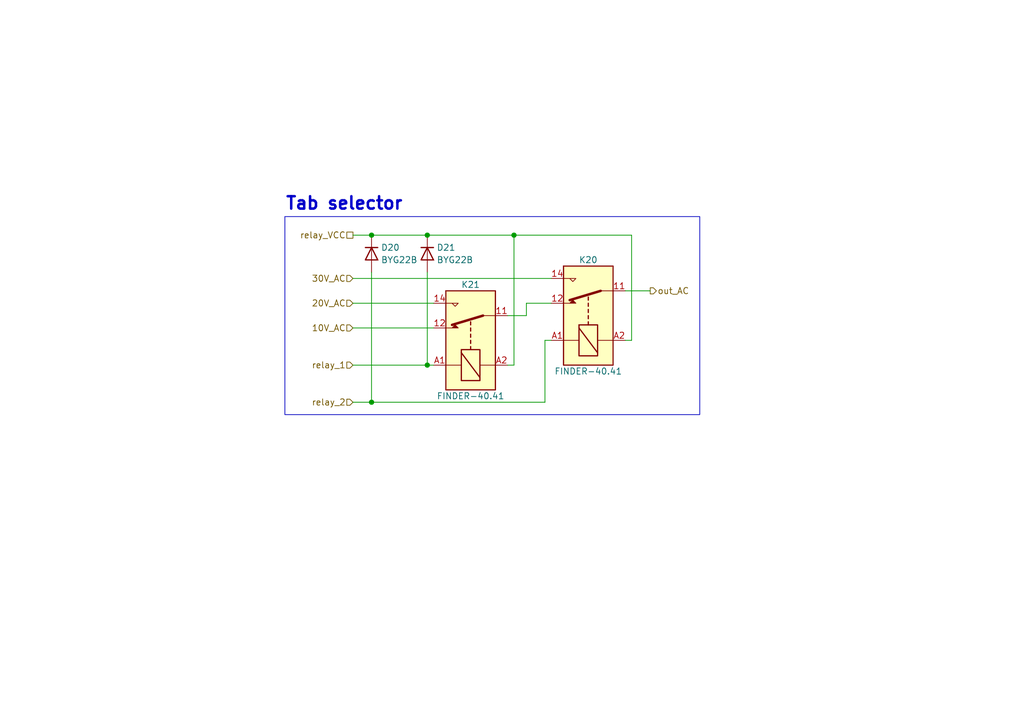
<source format=kicad_sch>
(kicad_sch (version 20231120) (generator "eeschema") (generator_version "8.0")
  (paper "A5")
  (title_block (title "DW3005T-power-board") (date "2024-02-26") (rev "1.0.0") (company "Dominik Workshop"))
  (lib_symbols
    (symbol "Diode:1N4148WT" (pin_numbers hide) (pin_names hide)
      (property "Reference" "D" (at 0 2.54 0))
      (property "Value" "1N4148WT" (at 0 -2.54 0))
      (symbol "1N4148WT_0_1"
        (polyline (pts (xy -1.27 1.27) (xy -1.27 -1.27)) (stroke (width 0.254)))
        (polyline (pts (xy 1.27 0) (xy -1.27 0)))
        (polyline (pts (xy 1.27 1.27) (xy 1.27 -1.27) (xy -1.27 0) (xy 1.27 1.27)) (stroke (width 0.254)))
      )
      (symbol "1N4148WT_1_1"
        (pin passive line (at -3.81 0 0) (length 2.54) (name "K") (number "1"))
        (pin passive line (at 3.81 0 180) (length 2.54) (name "A") (number "2"))
      )
    )
    (symbol "Relay:FINDER-40.41"
      (property "Reference" "K" (at 11.43 3.81 0))
      (property "Value" "FINDER-40.41" (at 11.43 1.27 0))
      (symbol "FINDER-40.41_0_0"
        (polyline (pts (xy 7.62 5.08) (xy 7.62 2.54) (xy 6.985 3.175) (xy 7.62 3.81)))
      )
      (symbol "FINDER-40.41_0_1"
        (rectangle (start -10.16 5.08) (end 10.16 -5.08) (stroke (width 0.254)) (fill (type background)))
        (rectangle (start -8.255 1.905) (end -1.905 -1.905) (stroke (width 0.254)))
        (polyline (pts (xy -7.62 -1.905) (xy -2.54 1.905)) (stroke (width 0.254)))
        (polyline (pts (xy -5.08 -5.08) (xy -5.08 -1.905)))
        (polyline (pts (xy -5.08 5.08) (xy -5.08 1.905)))
        (polyline (pts (xy -1.905 0) (xy -1.27 0)) (stroke (width 0.254)))
        (polyline (pts (xy -0.635 0) (xy 0 0)) (stroke (width 0.254)))
        (polyline (pts (xy 0.635 0) (xy 1.27 0)) (stroke (width 0.254)))
        (polyline (pts (xy 1.905 0) (xy 2.54 0)) (stroke (width 0.254)))
        (polyline (pts (xy 3.175 0) (xy 3.81 0)) (stroke (width 0.254)))
        (polyline (pts (xy 5.08 -2.54) (xy 3.175 3.81)) (stroke (width 0.508)))
        (polyline (pts (xy 5.08 -2.54) (xy 5.08 -5.08)))
        (polyline (pts (xy 2.54 5.08) (xy 2.54 2.54) (xy 3.175 3.175) (xy 2.54 3.81)) (fill (type outline)))
      )
      (symbol "FINDER-40.41_1_1"
        (pin passive line (at 5.08 -7.62 90) (length 2.54) (name "~") (number "11"))
        (pin passive line (at 2.54 7.62 270) (length 2.54) (name "~") (number "12"))
        (pin passive line (at 7.62 7.62 270) (length 2.54) (name "~") (number "14"))
        (pin passive line (at -5.08 7.62 270) (length 2.54) (name "~") (number "A1"))
        (pin passive line (at -5.08 -7.62 90) (length 2.54) (name "~") (number "A2"))
      )
    )
  )
  (junction (at 87.63 74.93))
  (junction (at 76.2 82.55))
  (junction (at 87.63 48.26))
  (junction (at 105.41 48.26))
  (junction (at 76.2 48.26))
  (wire (pts (xy 104.14 64.77) (xy 107.95 64.77)))
  (wire (pts (xy 113.03 62.23) (xy 107.95 62.23)))
  (wire (pts (xy 87.63 48.26) (xy 105.41 48.26)))
  (wire (pts (xy 128.27 59.69) (xy 133.35 59.69)))
  (wire (pts (xy 72.39 57.15) (xy 113.03 57.15)))
  (wire (pts (xy 72.39 62.23) (xy 88.9 62.23)))
  (wire (pts (xy 129.54 69.85) (xy 129.54 48.26)))
  (wire (pts (xy 104.14 74.93) (xy 105.41 74.93)))
  (wire (pts (xy 76.2 55.88) (xy 76.2 82.55)))
  (wire (pts (xy 87.63 55.88) (xy 87.63 74.93)))
  (wire (pts (xy 72.39 48.26) (xy 76.2 48.26)))
  (wire (pts (xy 105.41 48.26) (xy 129.54 48.26)))
  (wire (pts (xy 105.41 48.26) (xy 105.41 74.93)))
  (wire (pts (xy 76.2 48.26) (xy 87.63 48.26)))
  (wire (pts (xy 72.39 67.31) (xy 88.9 67.31)))
  (wire (pts (xy 113.03 69.85) (xy 111.76 69.85)))
  (wire (pts (xy 72.39 74.93) (xy 87.63 74.93)))
  (wire (pts (xy 87.63 74.93) (xy 88.9 74.93)))
  (wire (pts (xy 72.39 82.55) (xy 76.2 82.55)))
  (wire (pts (xy 111.76 69.85) (xy 111.76 82.55)))
  (wire (pts (xy 76.2 82.55) (xy 111.76 82.55)))
  (wire (pts (xy 107.95 62.23) (xy 107.95 64.77)))
  (wire (pts (xy 128.27 69.85) (xy 129.54 69.85)))
  (rectangle (start 58.42 44.45) (end 143.51 85.09))
  (text "Tab selector" (at 58.42 41.91 0) (effects (font (size 2.54 2.54) (thickness 0.508) (bold yes)) (justify left)))
  (hierarchical_label "20V_AC" (shape input) (at 72.39 62.23 180))
  (hierarchical_label "relay_VCC" (shape passive) (at 72.39 48.26 180))
  (hierarchical_label "out_AC" (shape output) (at 133.35 59.69 0))
  (hierarchical_label "30V_AC" (shape input) (at 72.39 57.15 180))
  (hierarchical_label "relay_2" (shape input) (at 72.39 82.55 180))
  (hierarchical_label "10V_AC" (shape input) (at 72.39 67.31 180))
  (hierarchical_label "relay_1" (shape input) (at 72.39 74.93 180))
  (symbol (lib_id "Diode:1N4148WT") (at 87.63 52.07 270) (unit 1)
    (property "Reference" "D21" (at 89.535 50.8 90) (effects (justify left)))
    (property "Value" "BYG22B" (at 89.535 53.34 90) (effects (justify left)))
    (property "Footprint" "Diode_SMD:D_SMA" (effects (hide yes)))
    (property "Datasheet" "https://www.tme.eu/Document/e525249bff3e60e84283b12bfaf861db/byg22.pdf" (effects (hide yes)))
    (property "Description" "Ultrafast Avalanche SMD Rectifier" (effects (hide yes)))
    (property "MPN" "BYG22B-E3/TR" (effects (hide yes)))
    (property "V_RRM" "100V" (effects (hide yes)))
    (property "I_F(AV)" "2A" (effects (hide yes)))
  )
  (symbol (lib_id "Diode:1N4148WT") (at 76.2 52.07 270) (unit 1)
    (property "Reference" "D20" (at 78.105 50.8 90) (effects (justify left)))
    (property "Value" "BYG22B" (at 78.105 53.34 90) (effects (justify left)))
    (property "Footprint" "Diode_SMD:D_SMA" (effects (hide yes)))
    (property "Datasheet" "https://www.tme.eu/Document/e525249bff3e60e84283b12bfaf861db/byg22.pdf" (effects (hide yes)))
    (property "Description" "Ultrafast Avalanche SMD Rectifier" (effects (hide yes)))
    (property "MPN" "BYG22B-E3/TR" (effects (hide yes)))
    (property "V_RRM" "100V" (effects (hide yes)))
    (property "I_F(AV)" "2A" (effects (hide yes)))
  )
  (symbol (lib_id "Relay:FINDER-40.41") (at 120.65 64.77 90) (unit 1)
    (property "Reference" "K20" (at 120.65 53.34 90))
    (property "Value" "FINDER-40.41" (at 120.65 76.2 90))
    (property "Footprint" "Relay_THT:Relay_SPDT_Finder_36.11" (effects (hide yes)))
    (property "Datasheet" "https://www.finder-relais.net/de/finder-relais-serie-40.pdf" (effects (hide yes)))
  )
  (symbol (lib_id "Relay:FINDER-40.41") (at 96.52 69.85 90) (unit 1)
    (property "Reference" "K21" (at 96.52 58.42 90))
    (property "Value" "FINDER-40.41" (at 96.52 81.28 90))
    (property "Footprint" "Relay_THT:Relay_SPDT_Finder_36.11" (effects (hide yes)))
    (property "Datasheet" "https://www.finder-relais.net/de/finder-relais-serie-40.pdf" (effects (hide yes)))
  )
)
</source>
